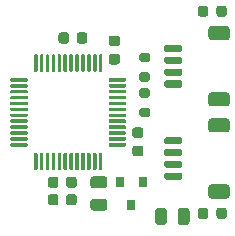
<source format=gbr>
%TF.GenerationSoftware,KiCad,Pcbnew,5.1.8-db9833491~87~ubuntu20.04.1*%
%TF.CreationDate,2020-11-05T18:06:58+01:00*%
%TF.ProjectId,rosalyn-rx,726f7361-6c79-46e2-9d72-782e6b696361,v1.0*%
%TF.SameCoordinates,Original*%
%TF.FileFunction,Paste,Top*%
%TF.FilePolarity,Positive*%
%FSLAX46Y46*%
G04 Gerber Fmt 4.6, Leading zero omitted, Abs format (unit mm)*
G04 Created by KiCad (PCBNEW 5.1.8-db9833491~87~ubuntu20.04.1) date 2020-11-05 18:06:58*
%MOMM*%
%LPD*%
G01*
G04 APERTURE LIST*
%ADD10R,0.800000X0.900000*%
G04 APERTURE END LIST*
%TO.C,J3*%
G36*
G01*
X144525000Y-97900000D02*
X143275000Y-97900000D01*
G75*
G02*
X143125000Y-97750000I0J150000D01*
G01*
X143125000Y-97450000D01*
G75*
G02*
X143275000Y-97300000I150000J0D01*
G01*
X144525000Y-97300000D01*
G75*
G02*
X144675000Y-97450000I0J-150000D01*
G01*
X144675000Y-97750000D01*
G75*
G02*
X144525000Y-97900000I-150000J0D01*
G01*
G37*
G36*
G01*
X144525000Y-96900000D02*
X143275000Y-96900000D01*
G75*
G02*
X143125000Y-96750000I0J150000D01*
G01*
X143125000Y-96450000D01*
G75*
G02*
X143275000Y-96300000I150000J0D01*
G01*
X144525000Y-96300000D01*
G75*
G02*
X144675000Y-96450000I0J-150000D01*
G01*
X144675000Y-96750000D01*
G75*
G02*
X144525000Y-96900000I-150000J0D01*
G01*
G37*
G36*
G01*
X144525000Y-95900000D02*
X143275000Y-95900000D01*
G75*
G02*
X143125000Y-95750000I0J150000D01*
G01*
X143125000Y-95450000D01*
G75*
G02*
X143275000Y-95300000I150000J0D01*
G01*
X144525000Y-95300000D01*
G75*
G02*
X144675000Y-95450000I0J-150000D01*
G01*
X144675000Y-95750000D01*
G75*
G02*
X144525000Y-95900000I-150000J0D01*
G01*
G37*
G36*
G01*
X144525000Y-94900000D02*
X143275000Y-94900000D01*
G75*
G02*
X143125000Y-94750000I0J150000D01*
G01*
X143125000Y-94450000D01*
G75*
G02*
X143275000Y-94300000I150000J0D01*
G01*
X144525000Y-94300000D01*
G75*
G02*
X144675000Y-94450000I0J-150000D01*
G01*
X144675000Y-94750000D01*
G75*
G02*
X144525000Y-94900000I-150000J0D01*
G01*
G37*
G36*
G01*
X148425001Y-99500000D02*
X147124999Y-99500000D01*
G75*
G02*
X146875000Y-99250001I0J249999D01*
G01*
X146875000Y-98549999D01*
G75*
G02*
X147124999Y-98300000I249999J0D01*
G01*
X148425001Y-98300000D01*
G75*
G02*
X148675000Y-98549999I0J-249999D01*
G01*
X148675000Y-99250001D01*
G75*
G02*
X148425001Y-99500000I-249999J0D01*
G01*
G37*
G36*
G01*
X148425001Y-93900000D02*
X147124999Y-93900000D01*
G75*
G02*
X146875000Y-93650001I0J249999D01*
G01*
X146875000Y-92949999D01*
G75*
G02*
X147124999Y-92700000I249999J0D01*
G01*
X148425001Y-92700000D01*
G75*
G02*
X148675000Y-92949999I0J-249999D01*
G01*
X148675000Y-93650001D01*
G75*
G02*
X148425001Y-93900000I-249999J0D01*
G01*
G37*
%TD*%
%TO.C,J2*%
G36*
G01*
X144525000Y-105700000D02*
X143275000Y-105700000D01*
G75*
G02*
X143125000Y-105550000I0J150000D01*
G01*
X143125000Y-105250000D01*
G75*
G02*
X143275000Y-105100000I150000J0D01*
G01*
X144525000Y-105100000D01*
G75*
G02*
X144675000Y-105250000I0J-150000D01*
G01*
X144675000Y-105550000D01*
G75*
G02*
X144525000Y-105700000I-150000J0D01*
G01*
G37*
G36*
G01*
X144525000Y-104700000D02*
X143275000Y-104700000D01*
G75*
G02*
X143125000Y-104550000I0J150000D01*
G01*
X143125000Y-104250000D01*
G75*
G02*
X143275000Y-104100000I150000J0D01*
G01*
X144525000Y-104100000D01*
G75*
G02*
X144675000Y-104250000I0J-150000D01*
G01*
X144675000Y-104550000D01*
G75*
G02*
X144525000Y-104700000I-150000J0D01*
G01*
G37*
G36*
G01*
X144525000Y-103700000D02*
X143275000Y-103700000D01*
G75*
G02*
X143125000Y-103550000I0J150000D01*
G01*
X143125000Y-103250000D01*
G75*
G02*
X143275000Y-103100000I150000J0D01*
G01*
X144525000Y-103100000D01*
G75*
G02*
X144675000Y-103250000I0J-150000D01*
G01*
X144675000Y-103550000D01*
G75*
G02*
X144525000Y-103700000I-150000J0D01*
G01*
G37*
G36*
G01*
X144525000Y-102700000D02*
X143275000Y-102700000D01*
G75*
G02*
X143125000Y-102550000I0J150000D01*
G01*
X143125000Y-102250000D01*
G75*
G02*
X143275000Y-102100000I150000J0D01*
G01*
X144525000Y-102100000D01*
G75*
G02*
X144675000Y-102250000I0J-150000D01*
G01*
X144675000Y-102550000D01*
G75*
G02*
X144525000Y-102700000I-150000J0D01*
G01*
G37*
G36*
G01*
X148425001Y-107300000D02*
X147124999Y-107300000D01*
G75*
G02*
X146875000Y-107050001I0J249999D01*
G01*
X146875000Y-106349999D01*
G75*
G02*
X147124999Y-106100000I249999J0D01*
G01*
X148425001Y-106100000D01*
G75*
G02*
X148675000Y-106349999I0J-249999D01*
G01*
X148675000Y-107050001D01*
G75*
G02*
X148425001Y-107300000I-249999J0D01*
G01*
G37*
G36*
G01*
X148425001Y-101700000D02*
X147124999Y-101700000D01*
G75*
G02*
X146875000Y-101450001I0J249999D01*
G01*
X146875000Y-100749999D01*
G75*
G02*
X147124999Y-100500000I249999J0D01*
G01*
X148425001Y-100500000D01*
G75*
G02*
X148675000Y-100749999I0J-249999D01*
G01*
X148675000Y-101450001D01*
G75*
G02*
X148425001Y-101700000I-249999J0D01*
G01*
G37*
%TD*%
%TO.C,R12*%
G36*
G01*
X141203000Y-96615000D02*
X141753000Y-96615000D01*
G75*
G02*
X141953000Y-96815000I0J-200000D01*
G01*
X141953000Y-97215000D01*
G75*
G02*
X141753000Y-97415000I-200000J0D01*
G01*
X141203000Y-97415000D01*
G75*
G02*
X141003000Y-97215000I0J200000D01*
G01*
X141003000Y-96815000D01*
G75*
G02*
X141203000Y-96615000I200000J0D01*
G01*
G37*
G36*
G01*
X141203000Y-94965000D02*
X141753000Y-94965000D01*
G75*
G02*
X141953000Y-95165000I0J-200000D01*
G01*
X141953000Y-95565000D01*
G75*
G02*
X141753000Y-95765000I-200000J0D01*
G01*
X141203000Y-95765000D01*
G75*
G02*
X141003000Y-95565000I0J200000D01*
G01*
X141003000Y-95165000D01*
G75*
G02*
X141203000Y-94965000I200000J0D01*
G01*
G37*
%TD*%
%TO.C,R11*%
G36*
G01*
X141203000Y-99605000D02*
X141753000Y-99605000D01*
G75*
G02*
X141953000Y-99805000I0J-200000D01*
G01*
X141953000Y-100205000D01*
G75*
G02*
X141753000Y-100405000I-200000J0D01*
G01*
X141203000Y-100405000D01*
G75*
G02*
X141003000Y-100205000I0J200000D01*
G01*
X141003000Y-99805000D01*
G75*
G02*
X141203000Y-99605000I200000J0D01*
G01*
G37*
G36*
G01*
X141203000Y-97955000D02*
X141753000Y-97955000D01*
G75*
G02*
X141953000Y-98155000I0J-200000D01*
G01*
X141953000Y-98555000D01*
G75*
G02*
X141753000Y-98755000I-200000J0D01*
G01*
X141203000Y-98755000D01*
G75*
G02*
X141003000Y-98555000I0J200000D01*
G01*
X141003000Y-98155000D01*
G75*
G02*
X141203000Y-97955000I200000J0D01*
G01*
G37*
%TD*%
%TO.C,D2*%
G36*
G01*
X147550000Y-91696250D02*
X147550000Y-91183750D01*
G75*
G02*
X147768750Y-90965000I218750J0D01*
G01*
X148206250Y-90965000D01*
G75*
G02*
X148425000Y-91183750I0J-218750D01*
G01*
X148425000Y-91696250D01*
G75*
G02*
X148206250Y-91915000I-218750J0D01*
G01*
X147768750Y-91915000D01*
G75*
G02*
X147550000Y-91696250I0J218750D01*
G01*
G37*
G36*
G01*
X145975000Y-91696250D02*
X145975000Y-91183750D01*
G75*
G02*
X146193750Y-90965000I218750J0D01*
G01*
X146631250Y-90965000D01*
G75*
G02*
X146850000Y-91183750I0J-218750D01*
G01*
X146850000Y-91696250D01*
G75*
G02*
X146631250Y-91915000I-218750J0D01*
G01*
X146193750Y-91915000D01*
G75*
G02*
X145975000Y-91696250I0J218750D01*
G01*
G37*
%TD*%
%TO.C,D1*%
G36*
G01*
X147550000Y-108806250D02*
X147550000Y-108293750D01*
G75*
G02*
X147768750Y-108075000I218750J0D01*
G01*
X148206250Y-108075000D01*
G75*
G02*
X148425000Y-108293750I0J-218750D01*
G01*
X148425000Y-108806250D01*
G75*
G02*
X148206250Y-109025000I-218750J0D01*
G01*
X147768750Y-109025000D01*
G75*
G02*
X147550000Y-108806250I0J218750D01*
G01*
G37*
G36*
G01*
X145975000Y-108806250D02*
X145975000Y-108293750D01*
G75*
G02*
X146193750Y-108075000I218750J0D01*
G01*
X146631250Y-108075000D01*
G75*
G02*
X146850000Y-108293750I0J-218750D01*
G01*
X146850000Y-108806250D01*
G75*
G02*
X146631250Y-109025000I-218750J0D01*
G01*
X146193750Y-109025000D01*
G75*
G02*
X145975000Y-108806250I0J218750D01*
G01*
G37*
%TD*%
%TO.C,C7*%
G36*
G01*
X135725000Y-93960000D02*
X135725000Y-93460000D01*
G75*
G02*
X135950000Y-93235000I225000J0D01*
G01*
X136400000Y-93235000D01*
G75*
G02*
X136625000Y-93460000I0J-225000D01*
G01*
X136625000Y-93960000D01*
G75*
G02*
X136400000Y-94185000I-225000J0D01*
G01*
X135950000Y-94185000D01*
G75*
G02*
X135725000Y-93960000I0J225000D01*
G01*
G37*
G36*
G01*
X134175000Y-93960000D02*
X134175000Y-93460000D01*
G75*
G02*
X134400000Y-93235000I225000J0D01*
G01*
X134850000Y-93235000D01*
G75*
G02*
X135075000Y-93460000I0J-225000D01*
G01*
X135075000Y-93960000D01*
G75*
G02*
X134850000Y-94185000I-225000J0D01*
G01*
X134400000Y-94185000D01*
G75*
G02*
X134175000Y-93960000I0J225000D01*
G01*
G37*
%TD*%
%TO.C,C6*%
G36*
G01*
X141140000Y-102175000D02*
X140640000Y-102175000D01*
G75*
G02*
X140415000Y-101950000I0J225000D01*
G01*
X140415000Y-101500000D01*
G75*
G02*
X140640000Y-101275000I225000J0D01*
G01*
X141140000Y-101275000D01*
G75*
G02*
X141365000Y-101500000I0J-225000D01*
G01*
X141365000Y-101950000D01*
G75*
G02*
X141140000Y-102175000I-225000J0D01*
G01*
G37*
G36*
G01*
X141140000Y-103725000D02*
X140640000Y-103725000D01*
G75*
G02*
X140415000Y-103500000I0J225000D01*
G01*
X140415000Y-103050000D01*
G75*
G02*
X140640000Y-102825000I225000J0D01*
G01*
X141140000Y-102825000D01*
G75*
G02*
X141365000Y-103050000I0J-225000D01*
G01*
X141365000Y-103500000D01*
G75*
G02*
X141140000Y-103725000I-225000J0D01*
G01*
G37*
%TD*%
%TO.C,C5*%
G36*
G01*
X134175000Y-107150000D02*
X134175000Y-107650000D01*
G75*
G02*
X133950000Y-107875000I-225000J0D01*
G01*
X133500000Y-107875000D01*
G75*
G02*
X133275000Y-107650000I0J225000D01*
G01*
X133275000Y-107150000D01*
G75*
G02*
X133500000Y-106925000I225000J0D01*
G01*
X133950000Y-106925000D01*
G75*
G02*
X134175000Y-107150000I0J-225000D01*
G01*
G37*
G36*
G01*
X135725000Y-107150000D02*
X135725000Y-107650000D01*
G75*
G02*
X135500000Y-107875000I-225000J0D01*
G01*
X135050000Y-107875000D01*
G75*
G02*
X134825000Y-107650000I0J225000D01*
G01*
X134825000Y-107150000D01*
G75*
G02*
X135050000Y-106925000I225000J0D01*
G01*
X135500000Y-106925000D01*
G75*
G02*
X135725000Y-107150000I0J-225000D01*
G01*
G37*
%TD*%
D10*
%TO.C,U3*%
X140340000Y-107880000D03*
X139390000Y-105880000D03*
X141290000Y-105880000D03*
%TD*%
%TO.C,C4*%
G36*
G01*
X138065000Y-106430000D02*
X137115000Y-106430000D01*
G75*
G02*
X136865000Y-106180000I0J250000D01*
G01*
X136865000Y-105680000D01*
G75*
G02*
X137115000Y-105430000I250000J0D01*
G01*
X138065000Y-105430000D01*
G75*
G02*
X138315000Y-105680000I0J-250000D01*
G01*
X138315000Y-106180000D01*
G75*
G02*
X138065000Y-106430000I-250000J0D01*
G01*
G37*
G36*
G01*
X138065000Y-108330000D02*
X137115000Y-108330000D01*
G75*
G02*
X136865000Y-108080000I0J250000D01*
G01*
X136865000Y-107580000D01*
G75*
G02*
X137115000Y-107330000I250000J0D01*
G01*
X138065000Y-107330000D01*
G75*
G02*
X138315000Y-107580000I0J-250000D01*
G01*
X138315000Y-108080000D01*
G75*
G02*
X138065000Y-108330000I-250000J0D01*
G01*
G37*
%TD*%
%TO.C,C3*%
G36*
G01*
X143370000Y-108345000D02*
X143370000Y-109295000D01*
G75*
G02*
X143120000Y-109545000I-250000J0D01*
G01*
X142620000Y-109545000D01*
G75*
G02*
X142370000Y-109295000I0J250000D01*
G01*
X142370000Y-108345000D01*
G75*
G02*
X142620000Y-108095000I250000J0D01*
G01*
X143120000Y-108095000D01*
G75*
G02*
X143370000Y-108345000I0J-250000D01*
G01*
G37*
G36*
G01*
X145270000Y-108345000D02*
X145270000Y-109295000D01*
G75*
G02*
X145020000Y-109545000I-250000J0D01*
G01*
X144520000Y-109545000D01*
G75*
G02*
X144270000Y-109295000I0J250000D01*
G01*
X144270000Y-108345000D01*
G75*
G02*
X144520000Y-108095000I250000J0D01*
G01*
X145020000Y-108095000D01*
G75*
G02*
X145270000Y-108345000I0J-250000D01*
G01*
G37*
%TD*%
%TO.C,C2*%
G36*
G01*
X134175000Y-105670000D02*
X134175000Y-106170000D01*
G75*
G02*
X133950000Y-106395000I-225000J0D01*
G01*
X133500000Y-106395000D01*
G75*
G02*
X133275000Y-106170000I0J225000D01*
G01*
X133275000Y-105670000D01*
G75*
G02*
X133500000Y-105445000I225000J0D01*
G01*
X133950000Y-105445000D01*
G75*
G02*
X134175000Y-105670000I0J-225000D01*
G01*
G37*
G36*
G01*
X135725000Y-105670000D02*
X135725000Y-106170000D01*
G75*
G02*
X135500000Y-106395000I-225000J0D01*
G01*
X135050000Y-106395000D01*
G75*
G02*
X134825000Y-106170000I0J225000D01*
G01*
X134825000Y-105670000D01*
G75*
G02*
X135050000Y-105445000I225000J0D01*
G01*
X135500000Y-105445000D01*
G75*
G02*
X135725000Y-105670000I0J-225000D01*
G01*
G37*
%TD*%
%TO.C,U1*%
G36*
G01*
X132325000Y-104900000D02*
X132175000Y-104900000D01*
G75*
G02*
X132100000Y-104825000I0J75000D01*
G01*
X132100000Y-103500000D01*
G75*
G02*
X132175000Y-103425000I75000J0D01*
G01*
X132325000Y-103425000D01*
G75*
G02*
X132400000Y-103500000I0J-75000D01*
G01*
X132400000Y-104825000D01*
G75*
G02*
X132325000Y-104900000I-75000J0D01*
G01*
G37*
G36*
G01*
X132825000Y-104900000D02*
X132675000Y-104900000D01*
G75*
G02*
X132600000Y-104825000I0J75000D01*
G01*
X132600000Y-103500000D01*
G75*
G02*
X132675000Y-103425000I75000J0D01*
G01*
X132825000Y-103425000D01*
G75*
G02*
X132900000Y-103500000I0J-75000D01*
G01*
X132900000Y-104825000D01*
G75*
G02*
X132825000Y-104900000I-75000J0D01*
G01*
G37*
G36*
G01*
X133325000Y-104900000D02*
X133175000Y-104900000D01*
G75*
G02*
X133100000Y-104825000I0J75000D01*
G01*
X133100000Y-103500000D01*
G75*
G02*
X133175000Y-103425000I75000J0D01*
G01*
X133325000Y-103425000D01*
G75*
G02*
X133400000Y-103500000I0J-75000D01*
G01*
X133400000Y-104825000D01*
G75*
G02*
X133325000Y-104900000I-75000J0D01*
G01*
G37*
G36*
G01*
X133825000Y-104900000D02*
X133675000Y-104900000D01*
G75*
G02*
X133600000Y-104825000I0J75000D01*
G01*
X133600000Y-103500000D01*
G75*
G02*
X133675000Y-103425000I75000J0D01*
G01*
X133825000Y-103425000D01*
G75*
G02*
X133900000Y-103500000I0J-75000D01*
G01*
X133900000Y-104825000D01*
G75*
G02*
X133825000Y-104900000I-75000J0D01*
G01*
G37*
G36*
G01*
X134325000Y-104900000D02*
X134175000Y-104900000D01*
G75*
G02*
X134100000Y-104825000I0J75000D01*
G01*
X134100000Y-103500000D01*
G75*
G02*
X134175000Y-103425000I75000J0D01*
G01*
X134325000Y-103425000D01*
G75*
G02*
X134400000Y-103500000I0J-75000D01*
G01*
X134400000Y-104825000D01*
G75*
G02*
X134325000Y-104900000I-75000J0D01*
G01*
G37*
G36*
G01*
X134825000Y-104900000D02*
X134675000Y-104900000D01*
G75*
G02*
X134600000Y-104825000I0J75000D01*
G01*
X134600000Y-103500000D01*
G75*
G02*
X134675000Y-103425000I75000J0D01*
G01*
X134825000Y-103425000D01*
G75*
G02*
X134900000Y-103500000I0J-75000D01*
G01*
X134900000Y-104825000D01*
G75*
G02*
X134825000Y-104900000I-75000J0D01*
G01*
G37*
G36*
G01*
X135325000Y-104900000D02*
X135175000Y-104900000D01*
G75*
G02*
X135100000Y-104825000I0J75000D01*
G01*
X135100000Y-103500000D01*
G75*
G02*
X135175000Y-103425000I75000J0D01*
G01*
X135325000Y-103425000D01*
G75*
G02*
X135400000Y-103500000I0J-75000D01*
G01*
X135400000Y-104825000D01*
G75*
G02*
X135325000Y-104900000I-75000J0D01*
G01*
G37*
G36*
G01*
X135825000Y-104900000D02*
X135675000Y-104900000D01*
G75*
G02*
X135600000Y-104825000I0J75000D01*
G01*
X135600000Y-103500000D01*
G75*
G02*
X135675000Y-103425000I75000J0D01*
G01*
X135825000Y-103425000D01*
G75*
G02*
X135900000Y-103500000I0J-75000D01*
G01*
X135900000Y-104825000D01*
G75*
G02*
X135825000Y-104900000I-75000J0D01*
G01*
G37*
G36*
G01*
X136325000Y-104900000D02*
X136175000Y-104900000D01*
G75*
G02*
X136100000Y-104825000I0J75000D01*
G01*
X136100000Y-103500000D01*
G75*
G02*
X136175000Y-103425000I75000J0D01*
G01*
X136325000Y-103425000D01*
G75*
G02*
X136400000Y-103500000I0J-75000D01*
G01*
X136400000Y-104825000D01*
G75*
G02*
X136325000Y-104900000I-75000J0D01*
G01*
G37*
G36*
G01*
X136825000Y-104900000D02*
X136675000Y-104900000D01*
G75*
G02*
X136600000Y-104825000I0J75000D01*
G01*
X136600000Y-103500000D01*
G75*
G02*
X136675000Y-103425000I75000J0D01*
G01*
X136825000Y-103425000D01*
G75*
G02*
X136900000Y-103500000I0J-75000D01*
G01*
X136900000Y-104825000D01*
G75*
G02*
X136825000Y-104900000I-75000J0D01*
G01*
G37*
G36*
G01*
X137325000Y-104900000D02*
X137175000Y-104900000D01*
G75*
G02*
X137100000Y-104825000I0J75000D01*
G01*
X137100000Y-103500000D01*
G75*
G02*
X137175000Y-103425000I75000J0D01*
G01*
X137325000Y-103425000D01*
G75*
G02*
X137400000Y-103500000I0J-75000D01*
G01*
X137400000Y-104825000D01*
G75*
G02*
X137325000Y-104900000I-75000J0D01*
G01*
G37*
G36*
G01*
X137825000Y-104900000D02*
X137675000Y-104900000D01*
G75*
G02*
X137600000Y-104825000I0J75000D01*
G01*
X137600000Y-103500000D01*
G75*
G02*
X137675000Y-103425000I75000J0D01*
G01*
X137825000Y-103425000D01*
G75*
G02*
X137900000Y-103500000I0J-75000D01*
G01*
X137900000Y-104825000D01*
G75*
G02*
X137825000Y-104900000I-75000J0D01*
G01*
G37*
G36*
G01*
X139825000Y-102900000D02*
X138500000Y-102900000D01*
G75*
G02*
X138425000Y-102825000I0J75000D01*
G01*
X138425000Y-102675000D01*
G75*
G02*
X138500000Y-102600000I75000J0D01*
G01*
X139825000Y-102600000D01*
G75*
G02*
X139900000Y-102675000I0J-75000D01*
G01*
X139900000Y-102825000D01*
G75*
G02*
X139825000Y-102900000I-75000J0D01*
G01*
G37*
G36*
G01*
X139825000Y-102400000D02*
X138500000Y-102400000D01*
G75*
G02*
X138425000Y-102325000I0J75000D01*
G01*
X138425000Y-102175000D01*
G75*
G02*
X138500000Y-102100000I75000J0D01*
G01*
X139825000Y-102100000D01*
G75*
G02*
X139900000Y-102175000I0J-75000D01*
G01*
X139900000Y-102325000D01*
G75*
G02*
X139825000Y-102400000I-75000J0D01*
G01*
G37*
G36*
G01*
X139825000Y-101900000D02*
X138500000Y-101900000D01*
G75*
G02*
X138425000Y-101825000I0J75000D01*
G01*
X138425000Y-101675000D01*
G75*
G02*
X138500000Y-101600000I75000J0D01*
G01*
X139825000Y-101600000D01*
G75*
G02*
X139900000Y-101675000I0J-75000D01*
G01*
X139900000Y-101825000D01*
G75*
G02*
X139825000Y-101900000I-75000J0D01*
G01*
G37*
G36*
G01*
X139825000Y-101400000D02*
X138500000Y-101400000D01*
G75*
G02*
X138425000Y-101325000I0J75000D01*
G01*
X138425000Y-101175000D01*
G75*
G02*
X138500000Y-101100000I75000J0D01*
G01*
X139825000Y-101100000D01*
G75*
G02*
X139900000Y-101175000I0J-75000D01*
G01*
X139900000Y-101325000D01*
G75*
G02*
X139825000Y-101400000I-75000J0D01*
G01*
G37*
G36*
G01*
X139825000Y-100900000D02*
X138500000Y-100900000D01*
G75*
G02*
X138425000Y-100825000I0J75000D01*
G01*
X138425000Y-100675000D01*
G75*
G02*
X138500000Y-100600000I75000J0D01*
G01*
X139825000Y-100600000D01*
G75*
G02*
X139900000Y-100675000I0J-75000D01*
G01*
X139900000Y-100825000D01*
G75*
G02*
X139825000Y-100900000I-75000J0D01*
G01*
G37*
G36*
G01*
X139825000Y-100400000D02*
X138500000Y-100400000D01*
G75*
G02*
X138425000Y-100325000I0J75000D01*
G01*
X138425000Y-100175000D01*
G75*
G02*
X138500000Y-100100000I75000J0D01*
G01*
X139825000Y-100100000D01*
G75*
G02*
X139900000Y-100175000I0J-75000D01*
G01*
X139900000Y-100325000D01*
G75*
G02*
X139825000Y-100400000I-75000J0D01*
G01*
G37*
G36*
G01*
X139825000Y-99900000D02*
X138500000Y-99900000D01*
G75*
G02*
X138425000Y-99825000I0J75000D01*
G01*
X138425000Y-99675000D01*
G75*
G02*
X138500000Y-99600000I75000J0D01*
G01*
X139825000Y-99600000D01*
G75*
G02*
X139900000Y-99675000I0J-75000D01*
G01*
X139900000Y-99825000D01*
G75*
G02*
X139825000Y-99900000I-75000J0D01*
G01*
G37*
G36*
G01*
X139825000Y-99400000D02*
X138500000Y-99400000D01*
G75*
G02*
X138425000Y-99325000I0J75000D01*
G01*
X138425000Y-99175000D01*
G75*
G02*
X138500000Y-99100000I75000J0D01*
G01*
X139825000Y-99100000D01*
G75*
G02*
X139900000Y-99175000I0J-75000D01*
G01*
X139900000Y-99325000D01*
G75*
G02*
X139825000Y-99400000I-75000J0D01*
G01*
G37*
G36*
G01*
X139825000Y-98900000D02*
X138500000Y-98900000D01*
G75*
G02*
X138425000Y-98825000I0J75000D01*
G01*
X138425000Y-98675000D01*
G75*
G02*
X138500000Y-98600000I75000J0D01*
G01*
X139825000Y-98600000D01*
G75*
G02*
X139900000Y-98675000I0J-75000D01*
G01*
X139900000Y-98825000D01*
G75*
G02*
X139825000Y-98900000I-75000J0D01*
G01*
G37*
G36*
G01*
X139825000Y-98400000D02*
X138500000Y-98400000D01*
G75*
G02*
X138425000Y-98325000I0J75000D01*
G01*
X138425000Y-98175000D01*
G75*
G02*
X138500000Y-98100000I75000J0D01*
G01*
X139825000Y-98100000D01*
G75*
G02*
X139900000Y-98175000I0J-75000D01*
G01*
X139900000Y-98325000D01*
G75*
G02*
X139825000Y-98400000I-75000J0D01*
G01*
G37*
G36*
G01*
X139825000Y-97900000D02*
X138500000Y-97900000D01*
G75*
G02*
X138425000Y-97825000I0J75000D01*
G01*
X138425000Y-97675000D01*
G75*
G02*
X138500000Y-97600000I75000J0D01*
G01*
X139825000Y-97600000D01*
G75*
G02*
X139900000Y-97675000I0J-75000D01*
G01*
X139900000Y-97825000D01*
G75*
G02*
X139825000Y-97900000I-75000J0D01*
G01*
G37*
G36*
G01*
X139825000Y-97400000D02*
X138500000Y-97400000D01*
G75*
G02*
X138425000Y-97325000I0J75000D01*
G01*
X138425000Y-97175000D01*
G75*
G02*
X138500000Y-97100000I75000J0D01*
G01*
X139825000Y-97100000D01*
G75*
G02*
X139900000Y-97175000I0J-75000D01*
G01*
X139900000Y-97325000D01*
G75*
G02*
X139825000Y-97400000I-75000J0D01*
G01*
G37*
G36*
G01*
X137825000Y-96575000D02*
X137675000Y-96575000D01*
G75*
G02*
X137600000Y-96500000I0J75000D01*
G01*
X137600000Y-95175000D01*
G75*
G02*
X137675000Y-95100000I75000J0D01*
G01*
X137825000Y-95100000D01*
G75*
G02*
X137900000Y-95175000I0J-75000D01*
G01*
X137900000Y-96500000D01*
G75*
G02*
X137825000Y-96575000I-75000J0D01*
G01*
G37*
G36*
G01*
X137325000Y-96575000D02*
X137175000Y-96575000D01*
G75*
G02*
X137100000Y-96500000I0J75000D01*
G01*
X137100000Y-95175000D01*
G75*
G02*
X137175000Y-95100000I75000J0D01*
G01*
X137325000Y-95100000D01*
G75*
G02*
X137400000Y-95175000I0J-75000D01*
G01*
X137400000Y-96500000D01*
G75*
G02*
X137325000Y-96575000I-75000J0D01*
G01*
G37*
G36*
G01*
X136825000Y-96575000D02*
X136675000Y-96575000D01*
G75*
G02*
X136600000Y-96500000I0J75000D01*
G01*
X136600000Y-95175000D01*
G75*
G02*
X136675000Y-95100000I75000J0D01*
G01*
X136825000Y-95100000D01*
G75*
G02*
X136900000Y-95175000I0J-75000D01*
G01*
X136900000Y-96500000D01*
G75*
G02*
X136825000Y-96575000I-75000J0D01*
G01*
G37*
G36*
G01*
X136325000Y-96575000D02*
X136175000Y-96575000D01*
G75*
G02*
X136100000Y-96500000I0J75000D01*
G01*
X136100000Y-95175000D01*
G75*
G02*
X136175000Y-95100000I75000J0D01*
G01*
X136325000Y-95100000D01*
G75*
G02*
X136400000Y-95175000I0J-75000D01*
G01*
X136400000Y-96500000D01*
G75*
G02*
X136325000Y-96575000I-75000J0D01*
G01*
G37*
G36*
G01*
X135825000Y-96575000D02*
X135675000Y-96575000D01*
G75*
G02*
X135600000Y-96500000I0J75000D01*
G01*
X135600000Y-95175000D01*
G75*
G02*
X135675000Y-95100000I75000J0D01*
G01*
X135825000Y-95100000D01*
G75*
G02*
X135900000Y-95175000I0J-75000D01*
G01*
X135900000Y-96500000D01*
G75*
G02*
X135825000Y-96575000I-75000J0D01*
G01*
G37*
G36*
G01*
X135325000Y-96575000D02*
X135175000Y-96575000D01*
G75*
G02*
X135100000Y-96500000I0J75000D01*
G01*
X135100000Y-95175000D01*
G75*
G02*
X135175000Y-95100000I75000J0D01*
G01*
X135325000Y-95100000D01*
G75*
G02*
X135400000Y-95175000I0J-75000D01*
G01*
X135400000Y-96500000D01*
G75*
G02*
X135325000Y-96575000I-75000J0D01*
G01*
G37*
G36*
G01*
X134825000Y-96575000D02*
X134675000Y-96575000D01*
G75*
G02*
X134600000Y-96500000I0J75000D01*
G01*
X134600000Y-95175000D01*
G75*
G02*
X134675000Y-95100000I75000J0D01*
G01*
X134825000Y-95100000D01*
G75*
G02*
X134900000Y-95175000I0J-75000D01*
G01*
X134900000Y-96500000D01*
G75*
G02*
X134825000Y-96575000I-75000J0D01*
G01*
G37*
G36*
G01*
X134325000Y-96575000D02*
X134175000Y-96575000D01*
G75*
G02*
X134100000Y-96500000I0J75000D01*
G01*
X134100000Y-95175000D01*
G75*
G02*
X134175000Y-95100000I75000J0D01*
G01*
X134325000Y-95100000D01*
G75*
G02*
X134400000Y-95175000I0J-75000D01*
G01*
X134400000Y-96500000D01*
G75*
G02*
X134325000Y-96575000I-75000J0D01*
G01*
G37*
G36*
G01*
X133825000Y-96575000D02*
X133675000Y-96575000D01*
G75*
G02*
X133600000Y-96500000I0J75000D01*
G01*
X133600000Y-95175000D01*
G75*
G02*
X133675000Y-95100000I75000J0D01*
G01*
X133825000Y-95100000D01*
G75*
G02*
X133900000Y-95175000I0J-75000D01*
G01*
X133900000Y-96500000D01*
G75*
G02*
X133825000Y-96575000I-75000J0D01*
G01*
G37*
G36*
G01*
X133325000Y-96575000D02*
X133175000Y-96575000D01*
G75*
G02*
X133100000Y-96500000I0J75000D01*
G01*
X133100000Y-95175000D01*
G75*
G02*
X133175000Y-95100000I75000J0D01*
G01*
X133325000Y-95100000D01*
G75*
G02*
X133400000Y-95175000I0J-75000D01*
G01*
X133400000Y-96500000D01*
G75*
G02*
X133325000Y-96575000I-75000J0D01*
G01*
G37*
G36*
G01*
X132825000Y-96575000D02*
X132675000Y-96575000D01*
G75*
G02*
X132600000Y-96500000I0J75000D01*
G01*
X132600000Y-95175000D01*
G75*
G02*
X132675000Y-95100000I75000J0D01*
G01*
X132825000Y-95100000D01*
G75*
G02*
X132900000Y-95175000I0J-75000D01*
G01*
X132900000Y-96500000D01*
G75*
G02*
X132825000Y-96575000I-75000J0D01*
G01*
G37*
G36*
G01*
X132325000Y-96575000D02*
X132175000Y-96575000D01*
G75*
G02*
X132100000Y-96500000I0J75000D01*
G01*
X132100000Y-95175000D01*
G75*
G02*
X132175000Y-95100000I75000J0D01*
G01*
X132325000Y-95100000D01*
G75*
G02*
X132400000Y-95175000I0J-75000D01*
G01*
X132400000Y-96500000D01*
G75*
G02*
X132325000Y-96575000I-75000J0D01*
G01*
G37*
G36*
G01*
X131500000Y-97400000D02*
X130175000Y-97400000D01*
G75*
G02*
X130100000Y-97325000I0J75000D01*
G01*
X130100000Y-97175000D01*
G75*
G02*
X130175000Y-97100000I75000J0D01*
G01*
X131500000Y-97100000D01*
G75*
G02*
X131575000Y-97175000I0J-75000D01*
G01*
X131575000Y-97325000D01*
G75*
G02*
X131500000Y-97400000I-75000J0D01*
G01*
G37*
G36*
G01*
X131500000Y-97900000D02*
X130175000Y-97900000D01*
G75*
G02*
X130100000Y-97825000I0J75000D01*
G01*
X130100000Y-97675000D01*
G75*
G02*
X130175000Y-97600000I75000J0D01*
G01*
X131500000Y-97600000D01*
G75*
G02*
X131575000Y-97675000I0J-75000D01*
G01*
X131575000Y-97825000D01*
G75*
G02*
X131500000Y-97900000I-75000J0D01*
G01*
G37*
G36*
G01*
X131500000Y-98400000D02*
X130175000Y-98400000D01*
G75*
G02*
X130100000Y-98325000I0J75000D01*
G01*
X130100000Y-98175000D01*
G75*
G02*
X130175000Y-98100000I75000J0D01*
G01*
X131500000Y-98100000D01*
G75*
G02*
X131575000Y-98175000I0J-75000D01*
G01*
X131575000Y-98325000D01*
G75*
G02*
X131500000Y-98400000I-75000J0D01*
G01*
G37*
G36*
G01*
X131500000Y-98900000D02*
X130175000Y-98900000D01*
G75*
G02*
X130100000Y-98825000I0J75000D01*
G01*
X130100000Y-98675000D01*
G75*
G02*
X130175000Y-98600000I75000J0D01*
G01*
X131500000Y-98600000D01*
G75*
G02*
X131575000Y-98675000I0J-75000D01*
G01*
X131575000Y-98825000D01*
G75*
G02*
X131500000Y-98900000I-75000J0D01*
G01*
G37*
G36*
G01*
X131500000Y-99400000D02*
X130175000Y-99400000D01*
G75*
G02*
X130100000Y-99325000I0J75000D01*
G01*
X130100000Y-99175000D01*
G75*
G02*
X130175000Y-99100000I75000J0D01*
G01*
X131500000Y-99100000D01*
G75*
G02*
X131575000Y-99175000I0J-75000D01*
G01*
X131575000Y-99325000D01*
G75*
G02*
X131500000Y-99400000I-75000J0D01*
G01*
G37*
G36*
G01*
X131500000Y-99900000D02*
X130175000Y-99900000D01*
G75*
G02*
X130100000Y-99825000I0J75000D01*
G01*
X130100000Y-99675000D01*
G75*
G02*
X130175000Y-99600000I75000J0D01*
G01*
X131500000Y-99600000D01*
G75*
G02*
X131575000Y-99675000I0J-75000D01*
G01*
X131575000Y-99825000D01*
G75*
G02*
X131500000Y-99900000I-75000J0D01*
G01*
G37*
G36*
G01*
X131500000Y-100400000D02*
X130175000Y-100400000D01*
G75*
G02*
X130100000Y-100325000I0J75000D01*
G01*
X130100000Y-100175000D01*
G75*
G02*
X130175000Y-100100000I75000J0D01*
G01*
X131500000Y-100100000D01*
G75*
G02*
X131575000Y-100175000I0J-75000D01*
G01*
X131575000Y-100325000D01*
G75*
G02*
X131500000Y-100400000I-75000J0D01*
G01*
G37*
G36*
G01*
X131500000Y-100900000D02*
X130175000Y-100900000D01*
G75*
G02*
X130100000Y-100825000I0J75000D01*
G01*
X130100000Y-100675000D01*
G75*
G02*
X130175000Y-100600000I75000J0D01*
G01*
X131500000Y-100600000D01*
G75*
G02*
X131575000Y-100675000I0J-75000D01*
G01*
X131575000Y-100825000D01*
G75*
G02*
X131500000Y-100900000I-75000J0D01*
G01*
G37*
G36*
G01*
X131500000Y-101400000D02*
X130175000Y-101400000D01*
G75*
G02*
X130100000Y-101325000I0J75000D01*
G01*
X130100000Y-101175000D01*
G75*
G02*
X130175000Y-101100000I75000J0D01*
G01*
X131500000Y-101100000D01*
G75*
G02*
X131575000Y-101175000I0J-75000D01*
G01*
X131575000Y-101325000D01*
G75*
G02*
X131500000Y-101400000I-75000J0D01*
G01*
G37*
G36*
G01*
X131500000Y-101900000D02*
X130175000Y-101900000D01*
G75*
G02*
X130100000Y-101825000I0J75000D01*
G01*
X130100000Y-101675000D01*
G75*
G02*
X130175000Y-101600000I75000J0D01*
G01*
X131500000Y-101600000D01*
G75*
G02*
X131575000Y-101675000I0J-75000D01*
G01*
X131575000Y-101825000D01*
G75*
G02*
X131500000Y-101900000I-75000J0D01*
G01*
G37*
G36*
G01*
X131500000Y-102400000D02*
X130175000Y-102400000D01*
G75*
G02*
X130100000Y-102325000I0J75000D01*
G01*
X130100000Y-102175000D01*
G75*
G02*
X130175000Y-102100000I75000J0D01*
G01*
X131500000Y-102100000D01*
G75*
G02*
X131575000Y-102175000I0J-75000D01*
G01*
X131575000Y-102325000D01*
G75*
G02*
X131500000Y-102400000I-75000J0D01*
G01*
G37*
G36*
G01*
X131500000Y-102900000D02*
X130175000Y-102900000D01*
G75*
G02*
X130100000Y-102825000I0J75000D01*
G01*
X130100000Y-102675000D01*
G75*
G02*
X130175000Y-102600000I75000J0D01*
G01*
X131500000Y-102600000D01*
G75*
G02*
X131575000Y-102675000I0J-75000D01*
G01*
X131575000Y-102825000D01*
G75*
G02*
X131500000Y-102900000I-75000J0D01*
G01*
G37*
%TD*%
%TO.C,C8*%
G36*
G01*
X138658000Y-93504000D02*
X139158000Y-93504000D01*
G75*
G02*
X139383000Y-93729000I0J-225000D01*
G01*
X139383000Y-94179000D01*
G75*
G02*
X139158000Y-94404000I-225000J0D01*
G01*
X138658000Y-94404000D01*
G75*
G02*
X138433000Y-94179000I0J225000D01*
G01*
X138433000Y-93729000D01*
G75*
G02*
X138658000Y-93504000I225000J0D01*
G01*
G37*
G36*
G01*
X138658000Y-95054000D02*
X139158000Y-95054000D01*
G75*
G02*
X139383000Y-95279000I0J-225000D01*
G01*
X139383000Y-95729000D01*
G75*
G02*
X139158000Y-95954000I-225000J0D01*
G01*
X138658000Y-95954000D01*
G75*
G02*
X138433000Y-95729000I0J225000D01*
G01*
X138433000Y-95279000D01*
G75*
G02*
X138658000Y-95054000I225000J0D01*
G01*
G37*
%TD*%
M02*

</source>
